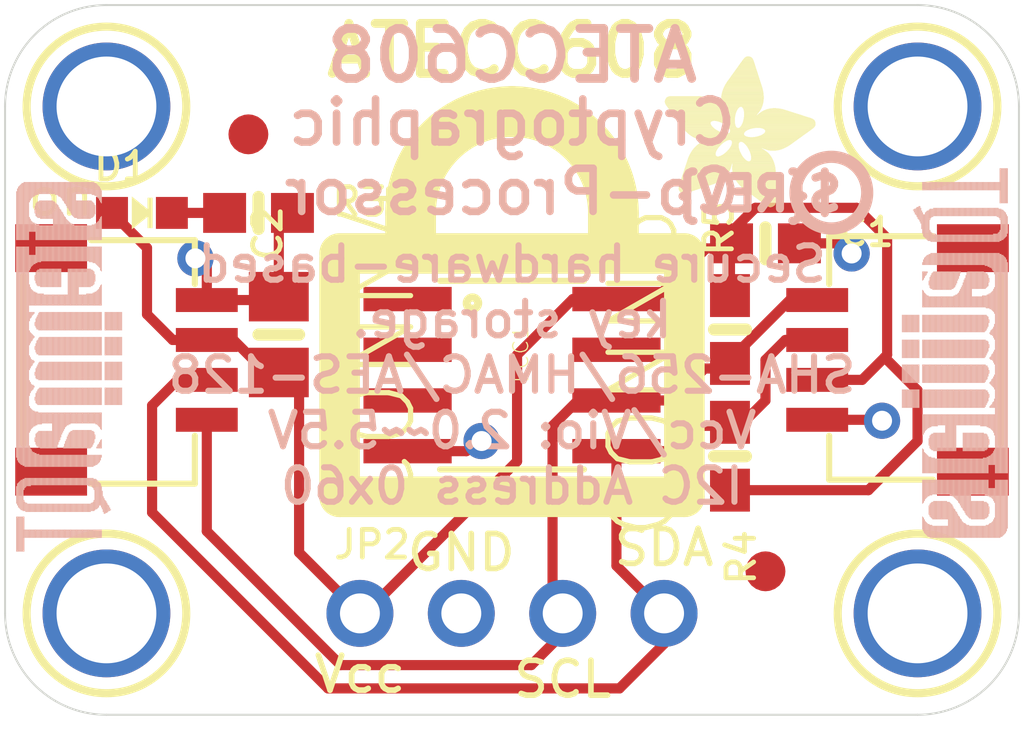
<source format=kicad_pcb>
(kicad_pcb (version 20240108) (generator "pcbnew") (generator_version "8.0")
  (layers (0 "F.Cu" signal) (31 "B.Cu" signal) (34 "B.Paste" user) (35 "F.Paste" user) (36 "B.SilkS" user "B.Silkscreen") (37 "F.SilkS" user "F.Silkscreen") (38 "B.Mask" user) (39 "F.Mask" user) (44 "Edge.Cuts" user))
  (net 0 "")
  (net 1 "GND")
  (net 2 "SCL")
  (net 3 "SDA")
  (net 4 "VCC")
  (net 5 "N$1")
  (footprint "1X04_ROUND" (layer "F.Cu") (at 148.5011 111.3536)
    (property "Reference" "JP2" (at -4.5212 -1.3208 0) (layer "F.SilkS") (effects (font (size 0.692831 0.692831) (thickness 0.119969)) (justify left bottom)))
    (property "Value" "")
    (pad "1" thru_hole circle (at -3.81 0 90) (size 1.6764 1.6764) (drill 1) (layers "*.Cu" "*.Mask") (net 4 "VCC"))
    (pad "2" thru_hole circle (at -1.27 0 90) (size 1.6764 1.6764) (drill 1) (layers "*.Cu" "*.Mask") (net 1 "GND"))
    (pad "3" thru_hole circle (at 1.27 0 90) (size 1.6764 1.6764) (drill 1) (layers "*.Cu" "*.Mask") (net 2 "SCL"))
    (pad "4" thru_hole circle (at 3.81 0 90) (size 1.6764 1.6764) (drill 1) (layers "*.Cu" "*.Mask") (net 3 "SDA"))
  )
  (footprint "SOIC8" (layer "F.Cu") (at 148.5011 105.3846 -90)
    (property "Reference" "ECC1" (at -1.27 0 90) (layer "F.SilkS") (effects (font (size 0.376489 0.376489) (thickness 0.029911)) (justify right top)))
    (property "Value" "ATECC608")
    (pad "1" smd rect (at -1.905 2.6162 270) (size 0.6096 2.2098) (layers "F.Cu" "F.Paste" "F.Mask"))
    (pad "2" smd rect (at -0.635 2.6162 270) (size 0.6096 2.2098) (layers "F.Cu" "F.Paste" "F.Mask"))
    (pad "3" smd rect (at 0.635 2.6162 270) (size 0.6096 2.2098) (layers "F.Cu" "F.Paste" "F.Mask"))
    (pad "4" smd rect (at 1.905 2.6162 270) (size 0.6096 2.2098) (layers "F.Cu" "F.Paste" "F.Mask") (net 1 "GND"))
    (pad "5" smd rect (at 1.905 -2.6162 270) (size 0.6096 2.2098) (layers "F.Cu" "F.Paste" "F.Mask") (net 3 "SDA"))
    (pad "6" smd rect (at 0.635 -2.6162 270) (size 0.6096 2.2098) (layers "F.Cu" "F.Paste" "F.Mask") (net 2 "SCL"))
    (pad "7" smd rect (at -0.635 -2.6162 270) (size 0.6096 2.2098) (layers "F.Cu" "F.Paste" "F.Mask"))
    (pad "8" smd rect (at -1.905 -2.6162 270) (size 0.6096 2.2098) (layers "F.Cu" "F.Paste" "F.Mask") (net 4 "VCC"))
  )
  (footprint "CHIPLED_0603_NOOUTLINE" (layer "F.Cu") (at 139.2301 101.3206 -90)
    (property "Reference" "D1" (at -0.762 1.27 0) (layer "F.SilkS") (effects (font (size 0.692831 0.692831) (thickness 0.119969)) (justify left bottom)))
    (property "Value" "GREEN")
    (pad "A" smd rect (at 0 0.75 270) (size 0.8 0.8) (layers "F.Cu" "F.Paste" "F.Mask") (net 4 "VCC"))
    (pad "C" smd rect (at 0 -0.75 270) (size 0.8 0.8) (layers "F.Cu" "F.Paste" "F.Mask") (net 5 "N$1"))
  )
  (footprint "JST_SH4" (layer "F.Cu") (at 158.6611 105.0036 90)
    (property "Reference" "CONN3" (at -4.6 -5.9 90) (layer "F.SilkS") (effects (font (size 1.647139 1.647139) (thickness 0.130861)) (justify left bottom)))
    (property "Value" "STEMMA_I2C_QT" (hide yes))
    (pad "1" smd rect (at -1.5 -2.514 180) (size 1.55 0.6) (layers "F.Cu" "F.Paste" "F.Mask") (net 1 "GND"))
    (pad "2" smd rect (at -0.5 -2.514 180) (size 1.55 0.6) (layers "F.Cu" "F.Paste" "F.Mask") (net 4 "VCC"))
    (pad "3" smd rect (at 0.5 -2.514 180) (size 1.55 0.6) (layers "F.Cu" "F.Paste" "F.Mask") (net 3 "SDA"))
    (pad "4" smd rect (at 1.5 -2.514 180) (size 1.55 0.6) (layers "F.Cu" "F.Paste" "F.Mask") (net 2 "SCL"))
    (pad "MT1" smd rect (at -2.8 1.386 180) (size 1.8 1.2) (layers "F.Cu" "F.Paste" "F.Mask"))
    (pad "MT2" smd rect (at 2.8 1.386 180) (size 1.8 1.2) (layers "F.Cu" "F.Paste" "F.Mask"))
  )
  (footprint "0603-NO" (layer "F.Cu") (at 154.8511 102.0826)
    (property "Reference" "C1" (at 1.778 0.127 0) (layer "F.SilkS") (effects (font (size 0.692831 0.692831) (thickness 0.119969)) (justify left bottom)))
    (property "Value" "0.1uF")
    (pad "1" smd rect (at -0.85 0) (size 1.075 1) (layers "F.Cu" "F.Paste" "F.Mask") (net 4 "VCC"))
    (pad "2" smd rect (at 0.85 0) (size 1.075 1) (layers "F.Cu" "F.Paste" "F.Mask") (net 1 "GND"))
  )
  (footprint "FIDUCIAL_1MM" (layer "F.Cu") (at 154.8511 110.2995)
    (property "Reference" "FID4" (hide yes))
    (property "Value" "FIDUCIAL_1MM" (hide yes))
    (pad "1" smd roundrect (at 0 0) (size 1 1) (layers "F.Cu" "F.Mask") (roundrect_rratio 0.5))
  )
  (footprint "MOUNTINGHOLE_2.5_PLATED" (layer "F.Cu") (at 138.3411 111.3536)
    (property "Reference" "U$14" (hide yes))
    (property "Value" "MOUNTINGHOLE2.5" (hide yes))
    (pad "P$1" thru_hole circle (at 0 0) (size 3.2 3.2) (drill 2.5) (layers "*.Cu" "*.Mask"))
  )
  (footprint "MOUNTINGHOLE_2.5_PLATED" (layer "F.Cu") (at 158.6611 111.3536)
    (property "Reference" "U$15" (hide yes))
    (property "Value" "MOUNTINGHOLE2.5" (hide yes))
    (pad "P$1" thru_hole circle (at 0 0) (size 3.2 3.2) (drill 2.5) (layers "*.Cu" "*.Mask"))
  )
  (footprint "ADAFRUIT_3.5MM" (layer "F.Cu") (at 152.3111 101.1936)
    (property "Reference" "U$17" (hide yes))
    (property "Value" "" (hide yes))
  )
  (footprint "0603-NO" (layer "F.Cu") (at 153.9621 107.4166 -90)
    (property "Reference" "R4" (at 1.778 0.127 90) (layer "F.SilkS") (effects (font (size 0.692831 0.692831) (thickness 0.119969)) (justify right top)))
    (property "Value" "10K")
    (pad "1" smd rect (at -0.85 0 270) (size 1.075 1) (layers "F.Cu" "F.Paste" "F.Mask") (net 3 "SDA"))
    (pad "2" smd rect (at 0.85 0 270) (size 1.075 1) (layers "F.Cu" "F.Paste" "F.Mask") (net 4 "VCC"))
  )
  (footprint "FIDUCIAL_1MM" (layer "F.Cu") (at 141.8971 99.3521)
    (property "Reference" "FID3" (hide yes))
    (property "Value" "FIDUCIAL_1MM" (hide yes))
    (pad "1" smd roundrect (at 0 0) (size 1 1) (layers "F.Cu" "F.Mask") (roundrect_rratio 0.5))
  )
  (footprint "MOUNTINGHOLE_2.5_PLATED" (layer "F.Cu") (at 138.3411 98.6536)
    (property "Reference" "U$11" (hide yes))
    (property "Value" "MOUNTINGHOLE2.5" (hide yes))
    (pad "P$1" thru_hole circle (at 0 0) (size 3.2 3.2) (drill 2.5) (layers "*.Cu" "*.Mask"))
  )
  (footprint "0603-NO" (layer "F.Cu") (at 153.9621 104.2416 90)
    (property "Reference" "R5" (at 1.778 0.127 90) (layer "F.SilkS") (effects (font (size 0.692831 0.692831) (thickness 0.119969)) (justify left bottom)))
    (property "Value" "10K")
    (pad "1" smd rect (at -0.85 0 90) (size 1.075 1) (layers "F.Cu" "F.Paste" "F.Mask") (net 2 "SCL"))
    (pad "2" smd rect (at 0.85 0 90) (size 1.075 1) (layers "F.Cu" "F.Paste" "F.Mask") (net 4 "VCC"))
  )
  (footprint "MOUNTINGHOLE_2.5_PLATED" (layer "F.Cu") (at 158.6611 98.6536)
    (property "Reference" "U$12" (hide yes))
    (property "Value" "MOUNTINGHOLE2.5" (hide yes))
    (pad "P$1" thru_hole circle (at 0 0) (size 3.2 3.2) (drill 2.5) (layers "*.Cu" "*.Mask"))
  )
  (footprint "JST_SH4" (layer "F.Cu") (at 138.3411 105.0036 -90)
    (property "Reference" "CONN4" (at -4.6 -5.9 90) (layer "F.SilkS") (effects (font (size 1.647139 1.647139) (thickness 0.130861)) (justify right top)))
    (property "Value" "STEMMA_I2C_QT" (hide yes))
    (pad "1" smd rect (at -1.5 -2.514) (size 1.55 0.6) (layers "F.Cu" "F.Paste" "F.Mask") (net 1 "GND"))
    (pad "2" smd rect (at -0.5 -2.514) (size 1.55 0.6) (layers "F.Cu" "F.Paste" "F.Mask") (net 4 "VCC"))
    (pad "3" smd rect (at 0.5 -2.514) (size 1.55 0.6) (layers "F.Cu" "F.Paste" "F.Mask") (net 3 "SDA"))
    (pad "4" smd rect (at 1.5 -2.514) (size 1.55 0.6) (layers "F.Cu" "F.Paste" "F.Mask") (net 2 "SCL"))
    (pad "MT1" smd rect (at -2.8 1.386) (size 1.8 1.2) (layers "F.Cu" "F.Paste" "F.Mask"))
    (pad "MT2" smd rect (at 2.8 1.386) (size 1.8 1.2) (layers "F.Cu" "F.Paste" "F.Mask"))
  )
  (footprint "0603-NO" (layer "F.Cu") (at 142.1511 101.3206)
    (property "Reference" "R3" (at 1.778 0.127 0) (layer "F.SilkS") (effects (font (size 0.692831 0.692831) (thickness 0.119969)) (justify left bottom)))
    (property "Value" "4.7K")
    (pad "1" smd rect (at -0.85 0) (size 1.075 1) (layers "F.Cu" "F.Paste" "F.Mask") (net 5 "N$1"))
    (pad "2" smd rect (at 0.85 0) (size 1.075 1) (layers "F.Cu" "F.Paste" "F.Mask") (net 1 "GND"))
  )
  (footprint "0805-NO" (layer "F.Cu") (at 142.6591 104.3686 90)
    (property "Reference" "C2" (at 1.778 0.127 90) (layer "F.SilkS") (effects (font (size 0.692831 0.692831) (thickness 0.119969)) (justify left bottom)))
    (property "Value" "10uF")
    (pad "1" smd rect (at -0.95 0 90) (size 1.24 1.5) (layers "F.Cu" "F.Paste" "F.Mask") (net 4 "VCC"))
    (pad "2" smd rect (at 0.95 0 90) (size 1.24 1.5) (layers "F.Cu" "F.Paste" "F.Mask") (net 1 "GND"))
  )
  (footprint "STEMMAQT" (layer "B.Cu") (at 158.2801 109.4486 90)
    (property "Reference" "U$19" (hide yes))
    (property "Value" "" (hide yes))
  )
  (footprint "STEMMAQT" (layer "B.Cu") (at 138.7221 100.5586 -90)
    (property "Reference" "U$20" (hide yes))
    (property "Value" "" (hide yes))
  )
  (footprint "PCBFEAT-REV-040" (layer "B.Cu") (at 156.5021 100.8126 180)
    (property "Reference" "U$18" (hide yes))
    (property "Value" "" (hide yes))
    (fp_text user "${REV}" (at -0.3556 -0.508 0) (layer "B.SilkS") (effects (font (size 0.8128 0.8128) (thickness 0.2032)) (justify left bottom mirror)))
  )
  (gr_line (start 152.8191 108.4326) (end 152.8191 102.4636) (stroke (width 1.016)) (layer "F.SilkS"))
  (gr_line (start 144.1831 102.4636) (end 144.1831 108.4326) (stroke (width 1.016)) (layer "F.SilkS"))
  (gr_arc (start 148.50364 98.7806) (mid 150.298421 99.525075) (end 151.0411 101.3206) (stroke (width 1.27)) (layer "F.SilkS"))
  (gr_line (start 144.1831 102.3366) (end 152.8191 102.3366) (stroke (width 1.016)) (layer "F.SilkS"))
  (gr_line (start 148.5011 98.7806) (end 148.50364 98.7806) (stroke (width 1.27)) (layer "F.SilkS"))
  (gr_line (start 145.9611 102.0826) (end 145.9611 101.3206) (stroke (width 1.27)) (layer "F.SilkS"))
  (gr_line (start 151.0411 101.3206) (end 151.0411 102.2096) (stroke (width 1.27)) (layer "F.SilkS"))
  (gr_arc (start 145.9611 101.3206) (mid 146.705049 99.524549) (end 148.5011 98.7806) (stroke (width 1.27)) (layer "F.SilkS"))
  (gr_line (start 144.1831 108.4326) (end 152.8191 108.4326) (stroke (width 1.016)) (layer "F.SilkS"))
  (gr_arc (start 158.661099 96.113601) (mid 160.457151 96.857549) (end 161.2011 98.6536) (stroke (width 0.05)) (layer "Edge.Cuts"))
  (gr_arc (start 161.2011 111.3536) (mid 160.457151 113.149651) (end 158.6611 113.8936) (stroke (width 0.05)) (layer "Edge.Cuts"))
  (gr_line (start 138.3411 96.1136) (end 158.6611 96.1136) (stroke (width 0.05)) (layer "Edge.Cuts"))
  (gr_line (start 138.3411 113.8936) (end 158.6611 113.8936) (stroke (width 0.05)) (layer "Edge.Cuts"))
  (gr_arc (start 135.801099 98.653601) (mid 136.545048 96.857549) (end 138.3411 96.1136) (stroke (width 0.05)) (layer "Edge.Cuts"))
  (gr_line (start 161.2011 111.3536) (end 161.2011 98.6536) (stroke (width 0.05)) (layer "Edge.Cuts"))
  (gr_arc (start 138.3411 113.8936) (mid 136.545049 113.149651) (end 135.8011 111.3536) (stroke (width 0.05)) (layer "Edge.Cuts"))
  (gr_line (start 135.8011 98.6536) (end 135.8011 111.3536) (stroke (width 0.05)) (layer "Edge.Cuts"))
  (gr_text "Secure hardware-based\nkey storage.\nSHA-256/HMAC/AES-128\nVcc/Vio: 2.0~~5.5V\nI2C Address 0x60" (at 148.5011 105.3846 0) (layer "B.SilkS") (effects (font (size 0.8636 0.8636) (thickness 0.1524)) (justify mirror)))
  (gr_text "ATECC608" (at 148.5011 97.3836 0) (layer "B.SilkS") (effects (font (size 1.25222 1.25222) (thickness 0.22098)) (justify mirror)))
  (gr_text "Cryptographic\nCo-Processor" (at 148.5011 99.9236 0) (layer "B.SilkS") (effects (font (size 1.0795 1.0795) (thickness 0.1905)) (justify mirror)))
  (gr_text "GND" (at 147.2311 109.8296 0) (layer "F.SilkS") (effects (font (size 0.87376 0.87376) (thickness 0.14224))))
  (gr_text "Vcc" (at 144.6911 112.8776 0) (layer "F.SilkS") (effects (font (size 0.87376 0.87376) (thickness 0.14224))))
  (gr_text "SCL" (at 149.7711 113.0046 0) (layer "F.SilkS") (effects (font (size 0.87376 0.87376) (thickness 0.14224))))
  (gr_text "ATECC608" (at 148.5011 97.2566 0) (layer "F.SilkS") (effects (font (size 1.25222 1.25222) (thickness 0.22098))))
  (gr_text "on" (at 136.3091 101.4476 0) (layer "F.SilkS") (effects (font (size 0.89408 0.89408) (thickness 0.12192)) (justify left bottom)))
  (gr_text "SDA" (at 152.3111 109.7026 0) (layer "F.SilkS") (effects (font (size 0.87376 0.87376) (thickness 0.14224))))
  (segment (start 147.7391 107.0356) (end 147.6121 107.0356) (width 0.254) (layer "F.Cu") (net 1))
  (segment (start 157.7481 106.5036) (end 157.7721 106.5276) (width 0.254) (layer "F.Cu") (net 1))
  (segment (start 156.7561 102.0826) (end 155.7011 102.0826) (width 0.254) (layer "F.Cu") (net 1))
  (segment (start 142.5741 103.5036) (end 142.6591 103.4186) (width 0.254) (layer "F.Cu") (net 1))
  (segment (start 140.8551 103.5036) (end 142.5741 103.5036) (width 0.254) (layer "F.Cu") (net 1))
  (segment (start 147.6121 107.0356) (end 147.3581 107.2896) (width 0.254) (layer "F.Cu") (net 1))
  (segment (start 142.6591 103.4186) (end 142.6591 101.6626) (width 0.254) (layer "F.Cu") (net 1))
  (segment (start 140.8551 102.459193) (end 140.569794 102.459193) (width 0.254) (layer "F.Cu") (net 1))
  (segment (start 155.7011 102.0826) (end 155.7401 102.0826) (width 0.254) (layer "F.Cu") (net 1))
  (segment (start 145.8849 107.2896) (end 147.3581 107.2896) (width 0.254) (layer "F.Cu") (net 1))
  (segment (start 140.8551 103.5036) (end 140.8551 102.459193) (width 0.254) (layer "F.Cu") (net 1))
  (segment (start 156.7561 102.0826) (end 157.0101 102.3366) (width 0.254) (layer "F.Cu") (net 1))
  (segment (start 142.6591 101.6626) (end 143.0011 101.3206) (width 0.254) (layer "F.Cu") (net 1))
  (segment (start 156.1471 106.5036) (end 157.7481 106.5036) (width 0.254) (layer "F.Cu") (net 1))
  (via (at 147.7391 107.0356) (size 0.9064) (drill 0.5) (layers "F.Cu" "B.Cu") (net 1))
  (via (at 157.0101 102.3366) (size 0.9064) (drill 0.5) (layers "F.Cu" "B.Cu") (net 1))
  (via (at 157.7721 106.5276) (size 0.9064) (drill 0.5) (layers "F.Cu" "B.Cu") (net 1))
  (via (at 140.569794 102.459193) (size 0.9064) (drill 0.5) (layers "F.Cu" "B.Cu") (net 1))
  (segment (start 140.8551 109.2956) (end 144.2085 112.649) (width 0.254) (layer "F.Cu") (net 2))
  (segment (start 153.9621 105.0036) (end 153.9621 105.0916) (width 0.254) (layer "F.Cu") (net 2))
  (segment (start 140.8551 106.5036) (end 140.8551 109.2956) (width 0.254) (layer "F.Cu") (net 2))
  (segment (start 156.1231 103.4796) (end 156.1471 103.5036) (width 0.254) (layer "F.Cu") (net 2))
  (segment (start 151.1173 106.0196) (end 152.526103 106.019596) (width 0.254) (layer "F.Cu") (net 2))
  (segment (start 149.5171 111.0996) (end 149.7711 111.3536) (width 0.254) (layer "F.Cu") (net 2))
  (segment (start 149.5171 106.6546) (end 149.5171 111.0996) (width 0.254) (layer "F.Cu") (net 2))
  (segment (start 149.7711 111.8616) (end 149.7711 111.3536) (width 0.254) (layer "F.Cu") (net 2))
  (segment (start 150.1521 106.0196) (end 151.1173 106.0196) (width 0.254) (layer "F.Cu") (net 2))
  (segment (start 153.8351 105.2186) (end 153.9621 105.0916) (width 0.254) (layer "F.Cu") (net 2))
  (segment (start 144.2085 112.649) (end 148.9837 112.649) (width 0.254) (layer "F.Cu") (net 2))
  (segment (start 153.3271 105.2186) (end 152.526103 106.019596) (width 0.254) (layer "F.Cu") (net 2))
  (segment (start 153.8351 105.2186) (end 153.3271 105.2186) (width 0.254) (layer "F.Cu") (net 2))
  (segment (start 148.9837 112.649) (end 149.7711 111.8616) (width 0.254) (layer "F.Cu") (net 2))
  (segment (start 156.1231 103.4796) (end 155.4861 103.4796) (width 0.254) (layer "F.Cu") (net 2))
  (segment (start 155.4861 103.4796) (end 153.9621 105.0036) (width 0.254) (layer "F.Cu") (net 2))
  (segment (start 150.1521 106.0196) (end 149.5171 106.6546) (width 0.254) (layer "F.Cu") (net 2))
  (segment (start 139.4841 106.1466) (end 139.4841 108.825181) (width 0.254) (layer "F.Cu") (net 3))
  (segment (start 154.8511 105.0036) (end 154.8511 106.0196) (width 0.254) (layer "F.Cu") (net 3))
  (segment (start 152.4381 107.2896) (end 153.0731 106.6546) (width 0.254) (layer "F.Cu") (net 3))
  (segment (start 139.4841 108.825181) (end 143.892118 113.2332) (width 0.254) (layer "F.Cu") (net 3))
  (segment (start 151.1173 107.2896) (end 151.1173 110.1598) (width 0.254) (layer "F.Cu") (net 3))
  (segment (start 140.1271 105.5036) (end 139.4841 106.1466) (width 0.254) (layer "F.Cu") (net 3))
  (segment (start 151.1935 113.2332) (end 152.3111 112.1156) (width 0.254) (layer "F.Cu") (net 3))
  (segment (start 140.8551 105.5036) (end 140.1271 105.5036) (width 0.254) (layer "F.Cu") (net 3))
  (segment (start 151.1173 110.1598) (end 152.3111 111.3536) (width 0.254) (layer "F.Cu") (net 3))
  (segment (start 152.3111 112.1156) (end 152.3111 111.3536) (width 0.254) (layer "F.Cu") (net 3))
  (segment (start 154.8511 106.0196) (end 154.3041 106.5666) (width 0.254) (layer "F.Cu") (net 3))
  (segment (start 153.9621 106.5666) (end 153.8741 106.6546) (width 0.254) (layer "F.Cu") (net 3))
  (segment (start 143.892118 113.2332) (end 151.1935 113.2332) (width 0.254) (layer "F.Cu") (net 3))
  (segment (start 151.1173 107.2896) (end 152.4381 107.2896) (width 0.254) (layer "F.Cu") (net 3))
  (segment (start 155.3511 104.5036) (end 154.8511 105.0036) (width 0.254) (layer "F.Cu") (net 3))
  (segment (start 153.8741 106.6546) (end 153.0731 106.6546) (width 0.254) (layer "F.Cu") (net 3))
  (segment (start 156.1471 104.5036) (end 155.3511 104.5036) (width 0.254) (layer "F.Cu") (net 3))
  (segment (start 154.3041 106.5666) (end 153.9621 106.5666) (width 0.254) (layer "F.Cu") (net 3))
  (segment (start 153.8741 102.2096) (end 153.3661 102.2096) (width 0.254) (layer "F.Cu") (net 4))
  (segment (start 153.8741 102.2096) (end 154.0011 102.0826) (width 0.254) (layer "F.Cu") (net 4))
  (segment (start 153.9621 102.1216) (end 154.0011 102.0826) (width 0.254) (layer "F.Cu") (net 4))
  (segment (start 153.9621 103.3916) (end 153.9621 102.1216) (width 0.254) (layer "F.Cu") (net 4))
  (segment (start 150.025096 103.479603) (end 148.6281 104.8766) (width 0.254) (layer "F.Cu") (net 4))
  (segment (start 144.6911 111.3536) (end 143.1671 109.8296) (width 0.254) (layer "F.Cu") (net 4))
  (segment (start 158.6611 105.7656) (end 157.8356 104.9401) (width 0.254) (layer "F.Cu") (net 4))
  (segment (start 157.8991 104.8766) (end 157.8991 101.9556) (width 0.254) (layer "F.Cu") (net 4))
  (segment (start 148.6281 104.8766) (end 148.6281 107.5436) (width 0.254) (layer "F.Cu") (net 4))
  (segment (start 143.1671 105.3186) (end 142.6591 105.3186) (width 0.254) (layer "F.Cu") (net 4))
  (segment (start 154.0011 101.7896) (end 154.5971 101.1936) (width 0.254) (layer "F.Cu") (net 4))
  (segment (start 157.1371 101.1936) (end 157.8991 101.9556) (width 0.254) (layer "F.Cu") (net 4))
  (segment (start 158.6611 107.0356) (end 158.6611 105.7656) (width 0.254) (layer "F.Cu") (net 4))
  (segment (start 141.5241 104.5036) (end 142.3391 105.3186) (width 0.254) (layer "F.Cu") (net 4))
  (segment (start 138.4801 101.3206) (end 139.3571 102.1976) (width 0.254) (layer "F.Cu") (net 4))
  (segment (start 154.0011 102.0826) (end 154.0011 101.7896) (width 0.254) (layer "F.Cu") (net 4))
  (segment (start 142.3391 105.3186) (end 142.6591 105.3186) (width 0.254) (layer "F.Cu") (net 4))
  (segment (start 153.3661 102.2096) (end 152.0961 103.4796) (width 0.254) (layer "F.Cu") (net 4))
  (segment (start 151.1173 103.4796) (end 152.0961 103.4796) (width 0.254) (layer "F.Cu") (net 4))
  (segment (start 157.8356 104.9401) (end 157.8991 104.8766) (width 0.254) (layer "F.Cu") (net 4))
  (segment (start 139.3571 103.8606) (end 140.0001 104.5036) (width 0.254) (layer "F.Cu") (net 4))
  (segment (start 148.6281 107.5436) (end 144.8181 111.3536) (width 0.254) (layer "F.Cu") (net 4))
  (segment (start 140.8551 104.5036) (end 141.5241 104.5036) (width 0.254) (layer "F.Cu") (net 4))
  (segment (start 151.1173 103.4796) (end 150.025096 103.479603) (width 0.254) (layer "F.Cu") (net 4))
  (segment (start 144.8181 111.3536) (end 144.6911 111.3536) (width 0.254) (layer "F.Cu") (net 4))
  (segment (start 157.2721 105.5036) (end 157.8356 104.9401) (width 0.254) (layer "F.Cu") (net 4))
  (segment (start 154.5971 101.1936) (end 157.1371 101.1936) (width 0.254) (layer "F.Cu") (net 4))
  (segment (start 157.4301 108.2666) (end 158.6611 107.0356) (width 0.254) (layer "F.Cu") (net 4))
  (segment (start 156.1471 105.5036) (end 157.2721 105.5036) (width 0.254) (layer "F.Cu") (net 4))
  (segment (start 143.1671 105.3186) (end 143.1671 109.8296) (width 0.254) (layer "F.Cu") (net 4))
  (segment (start 140.0001 104.5036) (end 140.8551 104.5036) (width 0.254) (layer "F.Cu") (net 4))
  (segment (start 153.9621 108.2666) (end 157.4301 108.2666) (width 0.254) (layer "F.Cu") (net 4))
  (segment (start 139.3571 102.1976) (end 139.3571 103.8606) (width 0.254) (layer "F.Cu") (net 4))
  (segment (start 139.9801 101.3206) (end 141.3011 101.3206) (width 0.254) (layer "F.Cu") (net 5))
)
</source>
